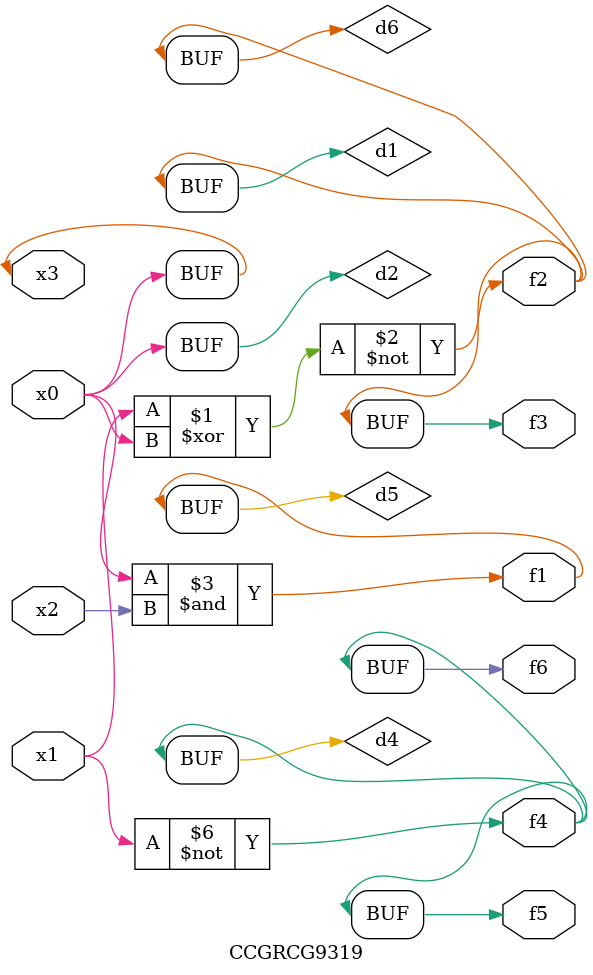
<source format=v>
module CCGRCG9319(
	input x0, x1, x2, x3,
	output f1, f2, f3, f4, f5, f6
);

	wire d1, d2, d3, d4, d5, d6;

	xnor (d1, x1, x3);
	buf (d2, x0, x3);
	nand (d3, x0, x2);
	not (d4, x1);
	nand (d5, d3);
	or (d6, d1);
	assign f1 = d5;
	assign f2 = d6;
	assign f3 = d6;
	assign f4 = d4;
	assign f5 = d4;
	assign f6 = d4;
endmodule

</source>
